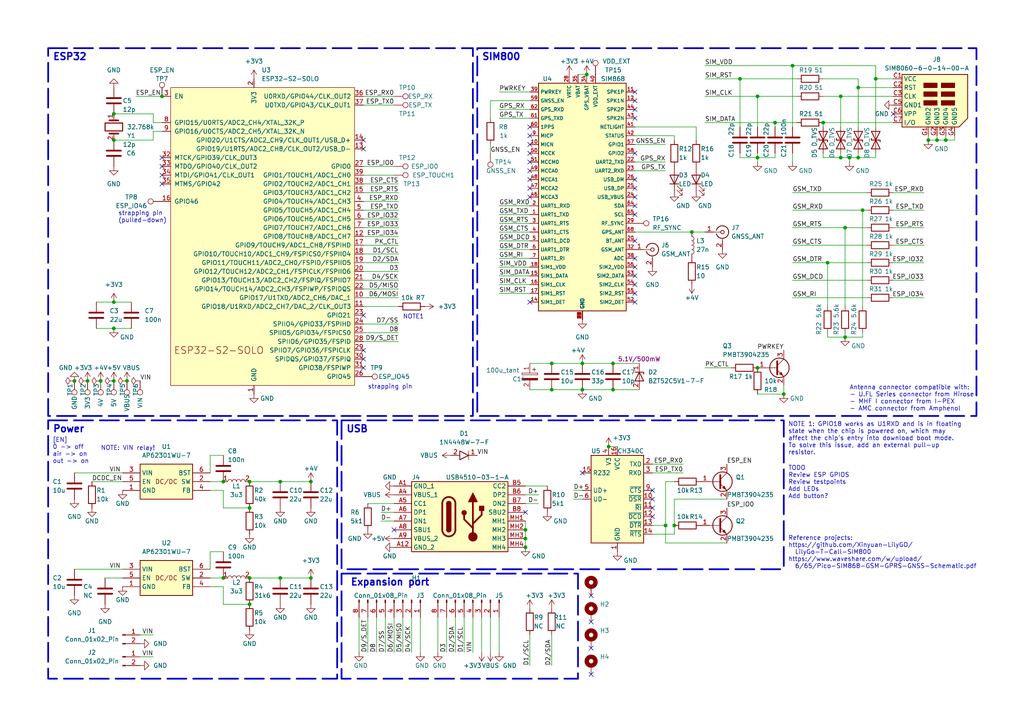
<source format=kicad_sch>
(kicad_sch (version 20230121) (generator eeschema)
  (paper "A4")
  (title_block (title "ThingCell") (date "2023-09-06") (rev "0.1") (comment 1 "VIN 4.2V-18V"))
  (junction (at 254 22.86))
  (junction (at 25.4 110.49))
  (junction (at 90.17 167.64))
  (junction (at 248.92 25.4))
  (junction (at 193.04 152.4))
  (junction (at 33.02 95.25))
  (junction (at 168.91 105.41))
  (junction (at 168.91 113.03))
  (junction (at 227.33 114.3))
  (junction (at 248.92 45.72))
  (junction (at 29.21 110.49))
  (junction (at 219.71 106.68))
  (junction (at 200.66 67.31))
  (junction (at 214.63 22.86))
  (junction (at 72.39 167.64))
  (junction (at 21.59 110.49))
  (junction (at 219.71 27.94))
  (junction (at 243.84 27.94))
  (junction (at 33.02 87.63))
  (junction (at 271.78 40.64))
  (junction (at 36.83 110.49))
  (junction (at 72.39 147.32))
  (junction (at 46.99 27.94))
  (junction (at 33.02 40.64))
  (junction (at 160.02 105.41))
  (junction (at 64.77 139.7))
  (junction (at 160.02 113.03))
  (junction (at 152.4 153.67))
  (junction (at 64.77 167.64))
  (junction (at 177.8 113.03))
  (junction (at 33.02 33.02))
  (junction (at 250.19 60.96))
  (junction (at 219.71 45.72))
  (junction (at 177.8 105.41))
  (junction (at 269.24 40.64))
  (junction (at 81.28 139.7))
  (junction (at 152.4 158.75))
  (junction (at 245.11 97.79))
  (junction (at 245.11 66.04))
  (junction (at 240.03 76.2))
  (junction (at 246.38 45.72))
  (junction (at 195.58 152.4))
  (junction (at 152.4 156.21))
  (junction (at 72.39 139.7))
  (junction (at 90.17 139.7))
  (junction (at 224.79 35.56))
  (junction (at 72.39 175.26))
  (junction (at 274.32 40.64))
  (junction (at 170.18 21.59))
  (junction (at 81.28 167.64))
  (junction (at 176.53 129.54))
  (junction (at 33.02 110.49))
  (junction (at 229.87 19.05))
  (junction (at 243.84 45.72))
  (junction (at 238.76 35.56))
  (no_connect (at 184.15 82.55))
  (no_connect (at 153.67 49.53))
  (no_connect (at 152.4 148.59))
  (no_connect (at 171.45 172.72))
  (no_connect (at 184.15 44.45))
  (no_connect (at 189.23 149.86))
  (no_connect (at 105.41 101.6))
  (no_connect (at 184.15 26.67))
  (no_connect (at 184.15 31.75))
  (no_connect (at 171.45 195.58))
  (no_connect (at 184.15 80.01))
  (no_connect (at 184.15 85.09))
  (no_connect (at 105.41 40.64))
  (no_connect (at 46.99 45.72))
  (no_connect (at 153.67 44.45))
  (no_connect (at 46.99 50.8))
  (no_connect (at 259.08 33.02))
  (no_connect (at 153.67 39.37))
  (no_connect (at 189.23 144.78))
  (no_connect (at 184.15 87.63))
  (no_connect (at 153.67 87.63))
  (no_connect (at 189.23 142.24))
  (no_connect (at 153.67 41.91))
  (no_connect (at 184.15 74.93))
  (no_connect (at 105.41 104.14))
  (no_connect (at 171.45 180.34))
  (no_connect (at 153.67 54.61))
  (no_connect (at 105.41 43.18))
  (no_connect (at 46.99 48.26))
  (no_connect (at 184.15 62.23))
  (no_connect (at 184.15 54.61))
  (no_connect (at 153.67 57.15))
  (no_connect (at 184.15 52.07))
  (no_connect (at 153.67 36.83))
  (no_connect (at 189.23 147.32))
  (no_connect (at 105.41 106.68))
  (no_connect (at 153.67 52.07))
  (no_connect (at 168.91 137.16))
  (no_connect (at 184.15 69.85))
  (no_connect (at 184.15 59.69))
  (no_connect (at 184.15 77.47))
  (no_connect (at 114.3 153.67))
  (no_connect (at 184.15 57.15))
  (no_connect (at 184.15 34.29))
  (no_connect (at 171.45 187.96))
  (no_connect (at 105.41 91.44))
  (no_connect (at 184.15 29.21))
  (no_connect (at 153.67 46.99))
  (no_connect (at 46.99 53.34))
  (wire (pts (xy 144.78 189.23) (xy 144.78 179.07)))
  (wire (pts (xy 105.41 78.74) (xy 115.57 78.74)))
  (wire (pts (xy 105.41 76.2) (xy 115.57 76.2)))
  (wire (pts (xy 219.71 44.45) (xy 219.71 45.72)))
  (wire (pts (xy 109.22 189.23) (xy 109.22 179.07)))
  (wire (pts (xy 105.41 68.58) (xy 115.57 68.58)))
  (wire (pts (xy 240.03 97.79) (xy 245.11 97.79)))
  (wire (pts (xy 229.87 19.05) (xy 254 19.05)))
  (wire (pts (xy 105.41 66.04) (xy 115.57 66.04)))
  (wire (pts (xy 26.67 139.7) (xy 35.56 139.7)))
  (wire (pts (xy 33.02 33.02) (xy 44.45 33.02)))
  (wire (pts (xy 64.77 147.32) (xy 72.39 147.32)))
  (wire (pts (xy 219.71 27.94) (xy 204.47 27.94)))
  (wire (pts (xy 168.91 105.41) (xy 177.8 105.41)))
  (wire (pts (xy 229.87 60.96) (xy 250.19 60.96)))
  (wire (pts (xy 105.41 81.28) (xy 115.57 81.28)))
  (wire (pts (xy 60.96 160.02) (xy 64.77 160.02)))
  (wire (pts (xy 64.77 142.24) (xy 64.77 147.32)))
  (wire (pts (xy 153.67 26.67) (xy 144.78 26.67)))
  (wire (pts (xy 144.78 59.69) (xy 153.67 59.69)))
  (wire (pts (xy 214.63 44.45) (xy 214.63 45.72)))
  (wire (pts (xy 114.3 189.23) (xy 114.3 179.07)))
  (wire (pts (xy 127 189.23) (xy 127 179.07)))
  (wire (pts (xy 153.67 77.47) (xy 144.78 77.47)))
  (wire (pts (xy 245.11 66.04) (xy 245.11 88.9)))
  (wire (pts (xy 250.19 97.79) (xy 250.19 96.52)))
  (wire (pts (xy 176.53 129.54) (xy 179.07 129.54)))
  (wire (pts (xy 184.15 36.83) (xy 201.93 36.83)))
  (wire (pts (xy 193.04 139.7) (xy 193.04 152.4)))
  (wire (pts (xy 195.58 144.78) (xy 195.58 152.4)))
  (wire (pts (xy 144.78 31.75) (xy 153.67 31.75)))
  (wire (pts (xy 167.64 21.59) (xy 170.18 21.59)))
  (wire (pts (xy 111.76 189.23) (xy 111.76 179.07)))
  (wire (pts (xy 240.03 76.2) (xy 240.03 88.9)))
  (wire (pts (xy 227.33 111.76) (xy 227.33 114.3)))
  (wire (pts (xy 248.92 45.72) (xy 254 45.72)))
  (wire (pts (xy 142.24 29.21) (xy 153.67 29.21)))
  (wire (pts (xy 115.57 71.12) (xy 105.41 71.12)))
  (wire (pts (xy 259.08 60.96) (xy 267.97 60.96)))
  (wire (pts (xy 142.24 179.07) (xy 142.24 189.23)))
  (wire (pts (xy 271.78 39.37) (xy 271.78 40.64)))
  (wire (pts (xy 193.04 41.91) (xy 184.15 41.91)))
  (wire (pts (xy 105.41 53.34) (xy 115.57 53.34)))
  (wire (pts (xy 214.63 22.86) (xy 214.63 36.83)))
  (wire (pts (xy 229.87 19.05) (xy 229.87 36.83)))
  (wire (pts (xy 259.08 81.28) (xy 267.97 81.28)))
  (wire (pts (xy 248.92 25.4) (xy 259.08 25.4)))
  (wire (pts (xy 276.86 40.64) (xy 276.86 39.37)))
  (wire (pts (xy 60.96 142.24) (xy 64.77 142.24)))
  (wire (pts (xy 229.87 44.45) (xy 229.87 46.99)))
  (wire (pts (xy 105.41 86.36) (xy 115.57 86.36)))
  (wire (pts (xy 243.84 44.45) (xy 243.84 45.72)))
  (wire (pts (xy 81.28 139.7) (xy 90.17 139.7)))
  (wire (pts (xy 245.11 96.52) (xy 245.11 97.79)))
  (wire (pts (xy 189.23 152.4) (xy 193.04 152.4)))
  (wire (pts (xy 144.78 34.29) (xy 153.67 34.29)))
  (wire (pts (xy 238.76 44.45) (xy 238.76 45.72)))
  (wire (pts (xy 114.3 50.8) (xy 105.41 50.8)))
  (wire (pts (xy 44.45 40.64) (xy 44.45 38.1)))
  (wire (pts (xy 137.16 189.23) (xy 137.16 179.07)))
  (wire (pts (xy 248.92 25.4) (xy 248.92 36.83)))
  (wire (pts (xy 105.41 83.82) (xy 115.57 83.82)))
  (wire (pts (xy 229.87 66.04) (xy 245.11 66.04)))
  (wire (pts (xy 144.78 67.31) (xy 153.67 67.31)))
  (wire (pts (xy 30.48 167.64) (xy 35.56 167.64)))
  (wire (pts (xy 44.45 190.5) (xy 40.64 190.5)))
  (wire (pts (xy 60.96 167.64) (xy 64.77 167.64)))
  (wire (pts (xy 246.38 45.72) (xy 248.92 45.72)))
  (wire (pts (xy 153.67 82.55) (xy 144.78 82.55)))
  (wire (pts (xy 193.04 46.99) (xy 184.15 46.99)))
  (wire (pts (xy 243.84 27.94) (xy 243.84 36.83)))
  (wire (pts (xy 193.04 152.4) (xy 193.04 157.48)))
  (wire (pts (xy 121.92 189.23) (xy 121.92 179.07)))
  (wire (pts (xy 105.41 73.66) (xy 115.57 73.66)))
  (wire (pts (xy 64.77 170.18) (xy 64.77 175.26)))
  (wire (pts (xy 166.37 144.78) (xy 168.91 144.78)))
  (wire (pts (xy 105.41 96.52) (xy 115.57 96.52)))
  (wire (pts (xy 219.71 27.94) (xy 231.14 27.94)))
  (wire (pts (xy 114.3 30.48) (xy 105.41 30.48)))
  (wire (pts (xy 204.47 106.68) (xy 212.09 106.68)))
  (wire (pts (xy 144.78 72.39) (xy 153.67 72.39)))
  (wire (pts (xy 115.57 55.88) (xy 105.41 55.88)))
  (wire (pts (xy 184.15 67.31) (xy 200.66 67.31)))
  (wire (pts (xy 254 45.72) (xy 254 44.45)))
  (wire (pts (xy 243.84 27.94) (xy 259.08 27.94)))
  (wire (pts (xy 254 22.86) (xy 259.08 22.86)))
  (wire (pts (xy 142.24 44.45) (xy 142.24 41.91)))
  (wire (pts (xy 144.78 64.77) (xy 153.67 64.77)))
  (wire (pts (xy 153.67 193.04) (xy 153.67 184.15)))
  (wire (pts (xy 27.94 95.25) (xy 33.02 95.25)))
  (wire (pts (xy 248.92 22.86) (xy 248.92 25.4)))
  (wire (pts (xy 210.82 157.48) (xy 193.04 157.48)))
  (wire (pts (xy 105.41 93.98) (xy 115.57 93.98)))
  (wire (pts (xy 153.67 113.03) (xy 160.02 113.03)))
  (wire (pts (xy 144.78 69.85) (xy 153.67 69.85)))
  (wire (pts (xy 250.19 60.96) (xy 251.46 60.96)))
  (wire (pts (xy 110.49 151.13) (xy 114.3 151.13)))
  (wire (pts (xy 245.11 97.79) (xy 250.19 97.79)))
  (wire (pts (xy 160.02 193.04) (xy 160.02 184.15)))
  (wire (pts (xy 114.3 27.94) (xy 105.41 27.94)))
  (wire (pts (xy 152.4 151.13) (xy 152.4 153.67)))
  (wire (pts (xy 238.76 35.56) (xy 259.08 35.56)))
  (wire (pts (xy 44.45 33.02) (xy 44.45 35.56)))
  (wire (pts (xy 267.97 55.88) (xy 259.08 55.88)))
  (wire (pts (xy 219.71 27.94) (xy 219.71 36.83)))
  (wire (pts (xy 21.59 165.1) (xy 35.56 165.1)))
  (wire (pts (xy 72.39 139.7) (xy 81.28 139.7)))
  (wire (pts (xy 224.79 45.72) (xy 219.71 45.72)))
  (wire (pts (xy 238.76 45.72) (xy 243.84 45.72)))
  (wire (pts (xy 64.77 175.26) (xy 72.39 175.26)))
  (wire (pts (xy 21.59 137.16) (xy 35.56 137.16)))
  (wire (pts (xy 44.45 184.15) (xy 40.64 184.15)))
  (wire (pts (xy 229.87 71.12) (xy 251.46 71.12)))
  (wire (pts (xy 72.39 167.64) (xy 81.28 167.64)))
  (wire (pts (xy 152.4 140.97) (xy 158.75 140.97)))
  (wire (pts (xy 195.58 154.94) (xy 189.23 154.94)))
  (wire (pts (xy 259.08 66.04) (xy 267.97 66.04)))
  (wire (pts (xy 60.96 132.08) (xy 64.77 132.08)))
  (wire (pts (xy 259.08 86.36) (xy 267.97 86.36)))
  (wire (pts (xy 160.02 105.41) (xy 168.91 105.41)))
  (wire (pts (xy 106.68 146.05) (xy 114.3 146.05)))
  (wire (pts (xy 60.96 170.18) (xy 64.77 170.18)))
  (wire (pts (xy 195.58 152.4) (xy 195.58 154.94)))
  (wire (pts (xy 160.02 113.03) (xy 168.91 113.03)))
  (wire (pts (xy 219.71 45.72) (xy 219.71 46.99)))
  (wire (pts (xy 81.28 167.64) (xy 90.17 167.64)))
  (wire (pts (xy 248.92 22.86) (xy 238.76 22.86)))
  (wire (pts (xy 129.54 189.23) (xy 129.54 179.07)))
  (wire (pts (xy 259.08 71.12) (xy 267.97 71.12)))
  (wire (pts (xy 114.3 48.26) (xy 105.41 48.26)))
  (wire (pts (xy 269.24 40.64) (xy 271.78 40.64)))
  (wire (pts (xy 224.79 35.56) (xy 224.79 36.83)))
  (wire (pts (xy 60.96 139.7) (xy 64.77 139.7)))
  (wire (pts (xy 142.24 34.29) (xy 142.24 29.21)))
  (wire (pts (xy 44.45 35.56) (xy 46.99 35.56)))
  (wire (pts (xy 132.08 179.07) (xy 132.08 189.23)))
  (wire (pts (xy 204.47 19.05) (xy 229.87 19.05)))
  (wire (pts (xy 214.63 22.86) (xy 204.47 22.86)))
  (wire (pts (xy 104.14 189.23) (xy 104.14 179.07)))
  (wire (pts (xy 105.41 99.06) (xy 115.57 99.06)))
  (wire (pts (xy 224.79 44.45) (xy 224.79 45.72)))
  (wire (pts (xy 229.87 76.2) (xy 240.03 76.2)))
  (wire (pts (xy 144.78 74.93) (xy 153.67 74.93)))
  (wire (pts (xy 116.84 189.23) (xy 116.84 179.07)))
  (wire (pts (xy 168.91 113.03) (xy 177.8 113.03)))
  (wire (pts (xy 240.03 96.52) (xy 240.03 97.79)))
  (wire (pts (xy 153.67 80.01) (xy 144.78 80.01)))
  (wire (pts (xy 156.21 143.51) (xy 152.4 143.51)))
  (wire (pts (xy 33.02 40.64) (xy 44.45 40.64)))
  (wire (pts (xy 115.57 88.9) (xy 105.41 88.9)))
  (wire (pts (xy 210.82 144.78) (xy 195.58 144.78)))
  (wire (pts (xy 105.41 63.5) (xy 115.57 63.5)))
  (wire (pts (xy 177.8 105.41) (xy 185.42 105.41)))
  (wire (pts (xy 44.45 38.1) (xy 46.99 38.1)))
  (wire (pts (xy 144.78 62.23) (xy 153.67 62.23)))
  (wire (pts (xy 193.04 49.53) (xy 184.15 49.53)))
  (wire (pts (xy 259.08 76.2) (xy 267.97 76.2)))
  (wire (pts (xy 274.32 40.64) (xy 276.86 40.64)))
  (wire (pts (xy 201.93 40.64) (xy 201.93 36.83)))
  (wire (pts (xy 166.37 142.24) (xy 168.91 142.24)))
  (wire (pts (xy 33.02 87.63) (xy 38.1 87.63)))
  (wire (pts (xy 245.11 66.04) (xy 251.46 66.04)))
  (wire (pts (xy 115.57 58.42) (xy 105.41 58.42)))
  (wire (pts (xy 153.67 105.41) (xy 160.02 105.41)))
  (wire (pts (xy 238.76 35.56) (xy 238.76 36.83)))
  (wire (pts (xy 106.68 189.23) (xy 106.68 179.07)))
  (wire (pts (xy 246.38 45.72) (xy 246.38 46.99)))
  (wire (pts (xy 219.71 114.3) (xy 227.33 114.3)))
  (wire (pts (xy 229.87 55.88) (xy 251.46 55.88)))
  (wire (pts (xy 60.96 160.02) (xy 60.96 165.1)))
  (wire (pts (xy 177.8 113.03) (xy 185.42 113.03)))
  (wire (pts (xy 250.19 60.96) (xy 250.19 88.9)))
  (wire (pts (xy 243.84 27.94) (xy 238.76 27.94)))
  (wire (pts (xy 248.92 44.45) (xy 248.92 45.72)))
  (wire (pts (xy 119.38 189.23) (xy 119.38 179.07)))
  (wire (pts (xy 214.63 22.86) (xy 231.14 22.86)))
  (wire (pts (xy 195.58 39.37) (xy 195.58 40.64)))
  (wire (pts (xy 254 22.86) (xy 254 36.83)))
  (wire (pts (xy 152.4 156.21) (xy 152.4 158.75)))
  (wire (pts (xy 229.87 86.36) (xy 251.46 86.36)))
  (wire (pts (xy 189.23 137.16) (xy 198.12 137.16)))
  (wire (pts (xy 27.94 87.63) (xy 33.02 87.63)))
  (wire (pts (xy 60.96 132.08) (xy 60.96 137.16)))
  (wire (pts (xy 110.49 148.59) (xy 114.3 148.59)))
  (wire (pts (xy 153.67 85.09) (xy 144.78 85.09)))
  (wire (pts (xy 214.63 45.72) (xy 219.71 45.72)))
  (wire (pts (xy 139.7 189.23) (xy 139.7 179.07)))
  (wire (pts (xy 184.15 39.37) (xy 195.58 39.37)))
  (wire (pts (xy 39.37 27.94) (xy 46.99 27.94)))
  (wire (pts (xy 33.02 95.25) (xy 38.1 95.25)))
  (wire (pts (xy 243.84 45.72) (xy 246.38 45.72)))
  (wire (pts (xy 152.4 153.67) (xy 152.4 156.21)))
  (wire (pts (xy 198.12 134.62) (xy 189.23 134.62)))
  (wire (pts (xy 269.24 39.37) (xy 269.24 40.64)))
  (wire (pts (xy 195.58 139.7) (xy 193.04 139.7)))
  (wire (pts (xy 156.21 146.05) (xy 152.4 146.05)))
  (wire (pts (xy 224.79 35.56) (xy 204.47 35.56)))
  (wire (pts (xy 271.78 40.64) (xy 274.32 40.64)))
  (wire (pts (xy 254 19.05) (xy 254 22.86)))
  (wire (pts (xy 115.57 60.96) (xy 105.41 60.96)))
  (wire (pts (xy 229.87 81.28) (xy 251.46 81.28)))
  (wire (pts (xy 224.79 35.56) (xy 231.14 35.56)))
  (wire (pts (xy 240.03 76.2) (xy 251.46 76.2)))
  (wire (pts (xy 200.66 67.31) (xy 204.47 67.31)))
  (wire (pts (xy 274.32 39.37) (xy 274.32 40.64)))
  (wire (pts (xy 134.62 189.23) (xy 134.62 179.07)))
  (rectangle (start 138.43 13.97) (end 283.21 120.65) (stroke (width 0.5) (type dash)))
  (rectangle (start 13.97 13.97) (end 137.16 120.65) (stroke (width 0.5) (type dash)))
  (rectangle (start 99.06 166.37) (end 167.64 196.85) (stroke (width 0.5) (type dash)))
  (rectangle (start 99.06 121.92) (end 227.33 165.1) (stroke (width 0.5) (type dash)))
  (rectangle (start 13.97 121.92) (end 97.79 196.85) (stroke (width 0.5) (type dash)))
  (text "NOTE 1: GPIO18 works as U1RXD and is in floating\nstate when the chip is powered on, which may\naffect the chip’s entry into download boot mode.\nTo solve this issue, add an external pull-up\nresistor." (at 228.6 132.08 0) (effects (font (size 1.27 1.27)) (justify left bottom)))
  (text "NOTE1" (at 116.84 92.71 0) (effects (font (size 1.27 1.27)) (justify left bottom)))
  (text "strapping pin\n(pulled-down)" (at 34.29 64.77 0) (effects (font (size 1.27 1.27)) (justify left bottom)))
  (text "strapping pin" (at 106.68 113.03 0) (effects (font (size 1.27 1.27)) (justify left bottom)))
  (text "Antenna connector compatible with:\n- U.FL Series connector from Hirose\n- MHF I connector from I-PEX\n- AMC connector from Amphenol" (at 246.38 119.38 0) (effects (font (size 1.27 1.27)) (justify left bottom)))
  (text "ESP32" (at 15.24 17.78 0) (effects (font (size 2 2) (thickness 0.4) bold) (justify left bottom)))
  (text "[EN]\n0 -> off\nair -> on\nout -> on" (at 15.24 134.62 0) (effects (font (size 1.27 1.27)) (justify left bottom)))
  (text "Reference projects:\nhttps://github.com/Xinyuan-LilyGO/\n  LilyGo-T-Call-SIM800\nhttps://www.waveshare.com/w/upload/\n  6/65/Pico-SIM868-GSM-GPRS-GNSS-Schematic.pdf\n" (at 228.6 165.1 0) (effects (font (size 1.27 1.27)) (justify left bottom)))
  (text "NOTE: VIN relay!" (at 29.21 130.81 0) (effects (font (size 1.27 1.27)) (justify left bottom)))
  (text "TODO\nReview ESP GPIOS\nReview testpoints\nAdd LEDs\nAdd button?" (at 228.6 144.78 0) (effects (font (size 1.27 1.27)) (justify left bottom)))
  (text "Expansion port" (at 101.6 170.18 0) (effects (font (size 2 2) (thickness 0.4) bold) (justify left bottom)))
  (text "SIM800" (at 139.7 17.78 0) (effects (font (size 2 2) (thickness 0.4) bold) (justify left bottom)))
  (text "Power" (at 15.24 125.73 0) (effects (font (size 2 2) (thickness 0.4) bold) (justify left bottom)))
  (text "USB" (at 100.33 125.73 0) (effects (font (size 2 2) (thickness 0.4) bold) (justify left bottom)))
  (label "D2{slash}SDA" (at 115.57 76.2 180))
  (label "ESP_RTS" (at 267.97 66.04 180))
  (label "ESP_TXD" (at 115.57 60.96 180))
  (label "D1{slash}SCL" (at 134.62 189.23 90))
  (label "VIN" (at 31.75 137.16 0))
  (label "GPS_TX" (at 193.04 49.53 180))
  (label "D+" (at 110.49 148.59 0))
  (label "D3" (at 129.54 189.23 90))
  (label "SIM_RST" (at 204.47 22.86 0))
  (label "GSM_TXD" (at 144.78 62.23 0))
  (label "GSM_CTS" (at 144.78 67.31 0))
  (label "GSM_DCD" (at 144.78 69.85 0))
  (label "ESP_IO32" (at 267.97 76.2 180))
  (label "GSM_DTR" (at 144.78 72.39 0))
  (label "VIN" (at 44.45 184.15 180))
  (label "GSM_RXD" (at 229.87 60.96 0))
  (label "D1{slash}SCL" (at 153.67 193.04 90))
  (label "ESP_RXD" (at 115.57 58.42 180))
  (label "SIM_CLK" (at 144.78 82.55 0))
  (label "D6{slash}MOSI" (at 114.3 189.23 90))
  (label "GSM_CTS" (at 229.87 71.12 0))
  (label "D+" (at 156.21 143.51 180))
  (label "D4{slash}SCK" (at 119.38 189.23 90))
  (label "SIM_VDD" (at 204.47 19.05 0))
  (label "GSM_DCD" (at 229.87 81.28 0))
  (label "D3" (at 115.57 78.74 180))
  (label "DCDC_EN" (at 26.67 139.7 0))
  (label "D-" (at 166.37 144.78 0))
  (label "PWRKEY" (at 227.33 101.6 180))
  (label "VIN" (at 31.75 165.1 0))
  (label "D6{slash}MOSI" (at 115.57 86.36 180))
  (label "D5{slash}MISO" (at 116.84 189.23 90))
  (label "GSM_DTR" (at 229.87 76.2 0))
  (label "ESP_RXD" (at 267.97 55.88 180))
  (label "GNSS_EN" (at 193.04 41.91 180))
  (label "GPS_RX" (at 144.78 31.75 0))
  (label "SIM_DATA" (at 204.47 35.56 0))
  (label "D2{slash}SDA" (at 160.02 193.04 90))
  (label "D2{slash}SDA" (at 132.08 189.23 90))
  (label "D9{slash}S_DET" (at 115.57 99.06 180))
  (label "D9{slash}S_DET" (at 106.68 189.23 90))
  (label "GNSS_EN" (at 142.24 44.45 0))
  (label "GSM_RI" (at 144.78 74.93 0))
  (label "D4{slash}SCK" (at 115.57 81.28 180))
  (label "D5{slash}MISO" (at 115.57 83.82 180))
  (label "VIN" (at 40.64 110.49 0))
  (label "GPS_TX" (at 144.78 34.29 0))
  (label "VIN" (at 138.43 132.08 0))
  (label "GSM_RI" (at 229.87 86.36 0))
  (label "ESP_TXD" (at 267.97 60.96 180))
  (label "SIM_RST" (at 144.78 85.09 0))
  (label "GSM_RTS" (at 229.87 66.04 0))
  (label "VIN" (at 137.16 189.23 90))
  (label "ESP_CTS" (at 115.57 53.34 180))
  (label "ESP_EN" (at 39.37 27.94 0))
  (label "ESP_IO32" (at 115.57 63.5 180))
  (label "D-" (at 110.49 151.13 0))
  (label "ESP_TX0" (at 198.12 137.16 180))
  (label "D1{slash}SCL" (at 115.57 73.66 180))
  (label "ESP_RX0" (at 114.3 27.94 180))
  (label "PK_CTL" (at 204.47 106.68 0))
  (label "D+" (at 166.37 142.24 0))
  (label "GSM_RXD" (at 144.78 59.69 0))
  (label "ESP_EN" (at 210.82 134.62 0))
  (label "SIM_VDD" (at 144.78 77.47 0))
  (label "ESP_CTS" (at 267.97 71.12 180))
  (label "GPS_RX" (at 193.04 46.99 180))
  (label "ESP_RX0" (at 198.12 134.62 180))
  (label "ESP_IO33" (at 267.97 81.28 180))
  (label "ESP_IO34" (at 115.57 68.58 180))
  (label "SIM_DATA" (at 144.78 80.01 0))
  (label "D8" (at 115.57 96.52 180))
  (label "GSM_RTS" (at 144.78 64.77 0))
  (label "D-" (at 156.21 146.05 180))
  (label "D7{slash}SS" (at 111.76 189.23 90))
  (label "D7{slash}SS" (at 115.57 93.98 180))
  (label "ESP_IO33" (at 115.57 66.04 180))
  (label "ESP_TX0" (at 114.3 30.48 180))
  (label "VIN" (at 44.45 190.5 180))
  (label "PWRKEY" (at 144.78 26.67 0))
  (label "ESP_IO34" (at 267.97 86.36 180))
  (label "ESP_IO0" (at 114.3 48.26 180))
  (label "ESP_RTS" (at 115.57 55.88 180))
  (label "PK_CTL" (at 115.57 71.12 180))
  (label "SIM_CLK" (at 204.47 27.94 0))
  (label "ESP_IO0" (at 210.82 147.32 0))
  (label "D8" (at 109.22 189.23 90))
  (label "GSM_TXD" (at 229.87 55.88 0))
  (symbol (lib_id "power:GND") (at 227.33 114.3 0) (unit 1)
    (property "Reference" "#PWR058" (effects hide))
    (property "Value" "GND" (at 231.14 115.57 0))
  )
  (symbol (lib_id "Device:C") (at 224.79 40.64 0) (unit 1)
    (property "Reference" "C20" (at 222.25 45.72 90) (effects (justify left)))
    (property "Value" "22p" (at 222.25 39.37 90) (effects (justify left)))
    (property "Footprint" "Capacitor_SMD:C_0402_1005Metric" (effects hide))
  )
  (symbol (lib_id "power:+5V") (at 33.02 110.49 0) (unit 1)
    (property "Reference" "#PWR012" (effects hide))
    (property "Value" "+5V" (at 33.02 106.68 0))
  )
  (symbol (lib_id "Device:D_TVS") (at 248.92 40.64 90) (unit 1)
    (property "Reference" "D7" (at 246.38 43.18 0) (effects (justify right)))
    (property "Value" "D_TVS" (at 246.38 36.83 0) (effects (justify right)))
    (property "Footprint" "Diode_SMD:D_0402_1005Metric" (effects hide))
  )
  (symbol (lib_id "guille-lib:TPSB107K006R0250") (at 153.67 109.22 270) (unit 1)
    (property "Reference" "C14" (at 148.59 109.22 90) (effects (justify left top)))
    (property "Value" "100u_tant" (at 140.97 106.68 90) (effects (justify left top)))
    (property "Footprint" "guille-lib:CAPPM3528X210N" (effects hide))
    (property "Datasheet" "http://datasheets.avx.com/TPS.pdf" (effects hide))
    (property "Height" "2.1" (effects hide))
    (property "Manufacturer_Name" "AVX" (effects hide))
    (property "Manufacturer_Part_Number" "TPSB107K006R0250" (effects hide))
    (property "Mouser Part Number" "581-TPSB107K006R0250" (effects hide))
    (property "Mouser Price/Stock" "https://www.mouser.co.uk/ProductDetail/AVX/TPSB107K006R0250?qs=im0Xcs1C0VUGGXHMJDxv8A%3D%3D" (effects hide))
  )
  (symbol (lib_id "power:+3V3") (at 153.67 176.53 0) (unit 1)
    (property "Reference" "#PWR042" (effects hide))
    (property "Value" "+3V3" (at 152.4 172.72 0) (effects (justify left)))
  )
  (symbol (lib_id "Connector:TestPoint") (at 184.15 64.77 270) (unit 1)
    (property "Reference" "TP16" (at 189.23 63.5 90) (effects (justify left)))
    (property "Value" "RF_SYNC" (at 189.23 66.04 90) (effects (justify left)))
    (property "Footprint" "TestPoint:TestPoint_Pad_D1.0mm" (effects hide))
  )
  (symbol (lib_id "Device:R") (at 245.11 92.71 180) (unit 1)
    (property "Reference" "R23" (at 242.57 95.25 90))
    (property "Value" "5.6k" (at 242.57 90.17 90))
    (property "Footprint" "Resistor_SMD:R_0402_1005Metric" (effects hide))
  )
  (symbol (lib_id "Interface_USB:CH340C") (at 179.07 144.78 0) (unit 1)
    (property "Reference" "U5" (at 171.45 130.81 0) (effects (justify left)))
    (property "Value" "CH340C" (at 179.07 130.81 0) (effects (justify left)))
    (property "Footprint" "Package_SO:SOIC-16_3.9x9.9mm_P1.27mm" (effects hide))
    (property "Datasheet" "https://datasheet.lcsc.com/szlcsc/Jiangsu-Qin-Heng-CH340C_C84681.pdf" (effects hide))
  )
  (symbol (lib_id "Device:R") (at 195.58 44.45 0) (unit 1)
    (property "Reference" "R12" (at 196.85 43.18 0) (effects (justify left)))
    (property "Value" "1k" (at 196.85 45.72 0) (effects (justify left)))
    (property "Footprint" "Resistor_SMD:R_0402_1005Metric" (effects hide))
  )
  (symbol (lib_id "power:+3V3") (at 25.4 110.49 0) (unit 1)
    (property "Reference" "#PWR04" (effects hide))
    (property "Value" "+3V3" (at 24.13 106.68 0))
  )
  (symbol (lib_id "guille-lib:ESP32-S2-SOLO") (at 76.2 66.04 0) (unit 1)
    (property "Reference" "U3" (at 75.8541 20.32 0) (effects (justify left)))
    (property "Value" "ESP32-S2-SOLO" (at 75.8541 22.86 0) (effects (justify left)))
    (property "Footprint" "PCM_Espressif:ESP32-S2-SOLO" (effects hide))
    (property "Datasheet" "https://www.espressif.com/sites/default/files/documentation/esp32-s2-solo_esp32-s2-solo-u_datasheet_en.pdf" (effects hide))
    (property "FAQ" "https://docs.espressif.com/projects/esp-faq/en/latest/instruction/index.html" (effects hide))
  )
  (symbol (lib_id "Device:C") (at 229.87 40.64 0) (unit 1)
    (property "Reference" "C21" (at 227.33 45.72 90) (effects (justify left)))
    (property "Value" "100n" (at 227.33 39.37 90) (effects (justify left)))
    (property "Footprint" "Capacitor_SMD:C_0402_1005Metric" (effects hide))
  )
  (symbol (lib_id "power:GND") (at 179.07 160.02 0) (unit 1)
    (property "Reference" "#PWR051" (effects hide))
    (property "Value" "GND" (at 182.88 162.56 0))
  )
  (symbol (lib_id "Device:D_TVS") (at 243.84 40.64 90) (unit 1)
    (property "Reference" "D6" (at 241.3 43.18 0) (effects (justify right)))
    (property "Value" "D_TVS" (at 241.3 36.83 0) (effects (justify right)))
    (property "Footprint" "Diode_SMD:D_0402_1005Metric" (effects hide))
  )
  (symbol (lib_id "power:GND") (at 73.66 114.3 0) (unit 1)
    (property "Reference" "#PWR021" (effects hide))
    (property "Value" "GND" (at 77.47 115.57 0))
  )
  (symbol (lib_id "power:PWR_FLAG") (at 33.02 110.49 90) (unit 1)
    (property "Reference" "#FLG04" (effects hide))
    (property "Value" "PWR_FLAG" (effects hide))
  )
  (symbol (lib_id "Device:R") (at 199.39 139.7 270) (unit 1)
    (property "Reference" "R13" (at 201.93 142.24 90))
    (property "Value" "10k" (at 198.12 142.24 90))
    (property "Footprint" "Resistor_SMD:R_0402_1005Metric" (effects hide))
  )
  (symbol (lib_id "Connector:Conn_Coaxial") (at 189.23 72.39 0) (unit 1)
    (property "Reference" "J6" (at 191.77 71.12 0) (effects (justify left)))
    (property "Value" "GSM_ANT" (at 191.77 73.66 0) (effects (justify left)))
    (property "Footprint" "guille-lib:U.FL_CONNECTOR" (effects hide))
    (property "Datasheet" " ~" (effects hide))
    (property "Mouser" "https://www.mouser.es/ProductDetail/TE-Connectivity-Linx-Technologies/CONMHF1-SMD-G-T?qs=7D1LtPJG0i0JqNJVGTgWfg%3D%3D" (effects hide))
  )
  (symbol (lib_id "power:+4V") (at 90.17 139.7 0) (unit 1)
    (property "Reference" "#PWR024" (effects hide))
    (property "Value" "+4V" (at 90.17 135.89 0))
  )
  (symbol (lib_id "power:GND") (at 144.78 189.23 0) (unit 1)
    (property "Reference" "#PWR040" (effects hide))
    (property "Value" "GND" (at 149.86 193.04 0) (effects (justify right)))
  )
  (symbol (lib_id "power:GND") (at 33.02 95.25 0) (unit 1)
    (property "Reference" "#PWR011" (effects hide))
    (property "Value" "GND" (at 36.83 97.79 0))
  )
  (symbol (lib_id "Device:C") (at 33.02 44.45 180) (unit 1)
    (property "Reference" "C6" (at 39.37 44.45 0) (effects (justify left)))
    (property "Value" "12p" (at 39.37 41.91 0) (effects (justify left)))
    (property "Footprint" "Capacitor_SMD:C_0402_1005Metric" (effects hide))
  )
  (symbol (lib_id "power:+3V3") (at 73.66 22.86 0) (unit 1)
    (property "Reference" "#PWR020" (effects hide))
    (property "Value" "+3V3" (at 73.66 17.78 0))
  )
  (symbol (lib_id "Device:C") (at 90.17 143.51 0) (unit 1)
    (property "Reference" "C12" (at 92.71 142.24 0) (effects (justify left)))
    (property "Value" "22u" (at 92.71 144.78 0) (effects (justify left)))
    (property "Footprint" "Capacitor_SMD:C_0805_2012Metric" (effects hide))
  )
  (symbol (lib_id "power:GND") (at 229.87 46.99 0) (unit 1)
    (property "Reference" "#PWR059" (effects hide))
    (property "Value" "GND" (at 233.68 49.53 0))
  )
  (symbol (lib_id "Connector:TestPoint") (at 114.3 30.48 270) (unit 1)
    (property "Reference" "TP11" (at 118.11 33.02 90))
    (property "Value" "ESP_TX" (at 121.92 30.48 90))
    (property "Footprint" "TestPoint:TestPoint_Pad_D1.0mm" (effects hide))
  )
  (symbol (lib_id "Device:R") (at 201.93 44.45 0) (unit 1)
    (property "Reference" "R16" (at 203.2 43.18 0) (effects (justify left)))
    (property "Value" "1k" (at 203.2 45.72 0) (effects (justify left)))
    (property "Footprint" "Resistor_SMD:R_0402_1005Metric" (effects hide))
  )
  (symbol (lib_id "Connector:TestPoint") (at 25.4 110.49 180) (unit 1)
    (property "Reference" "TP2" (at 24.13 113.03 90))
    (property "Value" "3V3" (at 25.4 116.84 90))
    (property "Footprint" "TestPoint:TestPoint_Pad_D1.0mm" (effects hide))
  )
  (symbol (lib_id "power:GND") (at 246.38 46.99 0) (unit 1)
    (property "Reference" "#PWR061" (effects hide))
    (property "Value" "GND" (at 250.19 49.53 0))
  )
  (symbol (lib_id "Connector:TestPoint") (at 40.64 110.49 180) (unit 1)
    (property "Reference" "TP6" (at 39.37 113.03 90))
    (property "Value" "VIN" (at 40.64 116.84 90))
    (property "Footprint" "TestPoint:TestPoint_Pad_D1.0mm" (effects hide))
  )
  (symbol (lib_id "guille-lib:1N4448W-7-F") (at 138.43 132.08 180) (unit 1)
    (property "Reference" "D1" (at 134.62 125.73 0))
    (property "Value" "1N4448W-7-F" (at 134.62 128.27 0))
    (property "Footprint" "Diode_SMD:D_SOD-123" (effects hide))
    (property "Datasheet" "http://www.farnell.com/datasheets/1915631.pdf" (effects hide))
    (property "Description" "Diode Switching 250mA 75V 400mW SOD123 Diodes Inc 1N4448W-7-F Switching Diode" (effects hide))
    (property "Height" "1.45" (effects hide))
    (property "Manufacturer_Name" "Diodes Inc." (effects hide))
    (property "Manufacturer_Part_Number" "1N4448W-7-F" (effects hide))
    (property "Mouser Part Number" "621-1N4448W-F" (effects hide))
    (property "Mouser Price/Stock" "https://www.mouser.co.uk/ProductDetail/Diodes-Incorporated/1N4448W-7-F?qs=VlTXaPCrgsfMz34DB76PhQ%3D%3D" (effects hide))
    (property "Arrow Part Number" "1N4448W-7-F" (effects hide))
    (property "Arrow Price/Stock" "https://www.arrow.com/en/products/1n4448w-7-f/diodes-incorporated?region=asia" (effects hide))
  )
  (symbol (lib_id "power:GND") (at 104.14 189.23 0) (unit 1)
    (property "Reference" "#PWR028" (effects hide))
    (property "Value" "GND" (at 106.68 193.04 0) (effects (justify right)))
  )
  (symbol (lib_id "Device:C") (at 168.91 109.22 0) (unit 1)
    (property "Reference" "C16" (at 171.45 107.95 0) (effects (justify left)))
    (property "Value" "33p" (at 171.45 110.49 0) (effects (justify left)))
    (property "Footprint" "Capacitor_SMD:C_0402_1005Metric" (effects hide))
  )
  (symbol (lib_id "power:+3V3") (at 139.7 189.23 180) (unit 1)
    (property "Reference" "#PWR038" (effects hide))
    (property "Value" "+3V3" (at 139.7 193.04 0) (effects (justify left)))
  )
  (symbol (lib_id "power:GND") (at 72.39 182.88 0) (unit 1)
    (property "Reference" "#PWR019" (effects hide))
    (property "Value" "GND" (at 72.39 186.69 0))
  )
  (symbol (lib_id "Device:R") (at 142.24 38.1 180) (unit 1)
    (property "Reference" "R8" (at 147.32 36.83 0) (effects (justify left)))
    (property "Value" "1k" (at 147.32 39.37 0) (effects (justify left)))
    (property "Footprint" "Resistor_SMD:R_0402_1005Metric" (effects hide))
  )
  (symbol (lib_id "Device:C") (at 90.17 171.45 0) (unit 1)
    (property "Reference" "C13" (at 92.71 170.18 0) (effects (justify left)))
    (property "Value" "22u" (at 92.71 172.72 0) (effects (justify left)))
    (property "Footprint" "Capacitor_SMD:C_0805_2012Metric" (effects hide))
  )
  (symbol (lib_id "power:GND") (at 201.93 55.88 0) (unit 1)
    (property "Reference" "#PWR055" (effects hide))
    (property "Value" "GND" (at 204.47 59.69 0))
  )
  (symbol (lib_id "Device:R") (at 199.39 152.4 270) (unit 1)
    (property "Reference" "R14" (at 201.93 149.86 90))
    (property "Value" "10k" (at 198.12 149.86 90))
    (property "Footprint" "Resistor_SMD:R_0402_1005Metric" (effects hide))
  )
  (symbol (lib_id "Device:C") (at 177.8 109.22 0) (unit 1)
    (property "Reference" "C17" (at 180.34 107.95 0) (effects (justify left)))
    (property "Value" "10p" (at 180.34 110.49 0) (effects (justify left)))
    (property "Footprint" "Capacitor_SMD:C_0402_1005Metric" (effects hide))
  )
  (symbol (lib_id "Device:C") (at 30.48 171.45 0) (unit 1)
    (property "Reference" "C4" (at 24.13 170.18 0) (effects (justify left)))
    (property "Value" "NC" (at 24.13 172.72 0) (effects (justify left)))
    (property "Footprint" "Capacitor_SMD:C_0402_1005Metric" (effects hide))
  )
  (symbol (lib_id "power:PWR_FLAG") (at 29.21 110.49 90) (unit 1)
    (property "Reference" "#FLG03" (effects hide))
    (property "Value" "PWR_FLAG" (effects hide))
  )
  (symbol (lib_id "Device:L") (at 200.66 71.12 0) (unit 1)
    (property "Reference" "L3" (at 201.93 69.85 0) (effects (justify left)))
    (property "Value" "27n" (at 201.93 72.39 0) (effects (justify left)))
    (property "Footprint" "Inductor_SMD:L_0402_1005Metric" (effects hide))
    (property "Mouser" "https://www.mouser.es/ProductDetail/Wurth-Elektronik/7847804270?qs=QNEnbhJQKvaAR9QxS1FEoQ%3D%3D" (effects hide))
  )
  (symbol (lib_id "Connector:TestPoint") (at 33.02 110.49 180) (unit 1)
    (property "Reference" "TP4" (at 31.75 113.03 90))
    (property "Value" "5V" (at 33.02 116.84 90))
    (property "Footprint" "TestPoint:TestPoint_Pad_D1.0mm" (effects hide))
  )
  (symbol (lib_id "Device:R") (at 72.39 171.45 0) (unit 1)
    (property "Reference" "R4" (at 73.66 170.18 0) (effects (justify left)))
    (property "Value" "31k6" (at 73.66 172.72 0) (effects (justify left)))
    (property "Footprint" "Resistor_SMD:R_0402_1005Metric" (effects hide))
  )
  (symbol (lib_id "power:VBUS") (at 130.81 132.08 90) (unit 1)
    (property "Reference" "#PWR037" (effects hide))
    (property "Value" "VBUS" (at 127 132.08 90) (effects (justify left)))
  )
  (symbol (lib_id "power:GND") (at 152.4 158.75 0) (unit 1)
    (property "Reference" "#PWR041" (effects hide))
    (property "Value" "GND" (at 156.21 161.29 0))
  )
  (symbol (lib_id "Device:R") (at 234.95 35.56 90) (unit 1)
    (property "Reference" "R21" (at 233.68 33.02 90))
    (property "Value" "51" (at 237.49 33.02 90))
    (property "Footprint" "Resistor_SMD:R_0402_1005Metric" (effects hide))
  )
  (symbol (lib_id "power:PWR_FLAG") (at 36.83 110.49 90) (unit 1)
    (property "Reference" "#FLG05" (effects hide))
    (property "Value" "PWR_FLAG" (effects hide))
  )
  (symbol (lib_id "power:GND") (at 114.3 158.75 270) (unit 1)
    (property "Reference" "#PWR033" (effects hide))
    (property "Value" "GND" (at 113.03 161.29 90))
  )
  (symbol (lib_id "Connector:Conn_Coaxial") (at 209.55 67.31 0) (unit 1)
    (property "Reference" "J7" (at 212.09 66.04 0) (effects (justify left)))
    (property "Value" "GNSS_ANT" (at 212.09 68.58 0) (effects (justify left)))
    (property "Footprint" "guille-lib:U.FL_CONNECTOR" (effects hide))
    (property "Datasheet" " ~" (effects hide))
    (property "Mouser" "https://www.mouser.es/ProductDetail/TE-Connectivity-Linx-Technologies/CONMHF1-SMD-G-T?qs=7D1LtPJG0i0JqNJVGTgWfg%3D%3D" (effects hide))
  )
  (symbol (lib_id "Device:C") (at 219.71 40.64 0) (unit 1)
    (property "Reference" "C19" (at 217.17 45.72 90) (effects (justify left)))
    (property "Value" "22p" (at 217.17 39.37 90) (effects (justify left)))
    (property "Footprint" "Capacitor_SMD:C_0402_1005Metric" (effects hide))
  )
  (symbol (lib_id "power:GND") (at 81.28 175.26 0) (unit 1)
    (property "Reference" "#PWR023" (effects hide))
    (property "Value" "GND" (at 81.28 179.07 0))
  )
  (symbol (lib_id "power:GND") (at 21.59 172.72 0) (unit 1)
    (property "Reference" "#PWR03" (effects hide))
    (property "Value" "GND" (at 21.59 177.8 0))
  )
  (symbol (lib_id "guille-lib:SC32S-7PF20PPM") (at 33.02 36.83 270) (unit 1)
    (property "Reference" "Y1" (at 36.83 39.37 90) (effects (justify left)))
    (property "Value" "32.768k" (at 36.83 36.83 90) (effects (justify left)))
    (property "Footprint" "guille-lib:SC32S7PF20PPM" (effects hide))
    (property "Datasheet" "https://www.mouser.com/datasheet/2/360/file_PRODUCT_MASTER_50812_GRAPHIC03-542305.pdf" (effects hide))
    (property "Height" "0.85" (effects hide))
    (property "Manufacturer_Name" "Seiko Semiconductors" (effects hide))
    (property "Manufacturer_Part_Number" "SC32S-7PF20PPM" (effects hide))
    (property "Mouser Part Number" "628-SC32S-7PF20PPM" (effects hide))
    (property "Mouser Price/Stock" "https://www.mouser.co.uk/ProductDetail/Seiko-Semiconductors/SC32S-7PF20PPM?qs=3CPZD7qAgigZSR1ASVAS6w%3D%3D" (effects hide))
  )
  (symbol (lib_id "Device:R") (at 158.75 144.78 0) (unit 1)
    (property "Reference" "R10" (at 160.02 143.51 0) (effects (justify left)))
    (property "Value" "5k1" (at 160.02 146.05 0) (effects (justify left)))
    (property "Footprint" "Resistor_SMD:R_0402_1005Metric" (effects hide))
  )
  (symbol (lib_id "power:VBUS") (at 36.83 110.49 0) (unit 1)
    (property "Reference" "#PWR015" (effects hide))
    (property "Value" "VBUS" (at 38.1 106.68 0))
  )
  (symbol (lib_id "Device:R") (at 255.27 76.2 90) (unit 1)
    (property "Reference" "R29" (at 254 73.66 90))
    (property "Value" "1k" (at 257.81 73.66 90))
    (property "Footprint" "Resistor_SMD:R_0402_1005Metric" (effects hide))
  )
  (symbol (lib_id "power:GND") (at 158.75 148.59 0) (unit 1)
    (property "Reference" "#PWR043" (effects hide))
    (property "Value" "GND" (at 162.56 151.13 0))
  )
  (symbol (lib_id "Device:R") (at 72.39 151.13 0) (unit 1)
    (property "Reference" "R3" (at 73.66 149.86 0) (effects (justify left)))
    (property "Value" "10k" (at 73.66 152.4 0) (effects (justify left)))
    (property "Footprint" "Resistor_SMD:R_0402_1005Metric" (effects hide))
  )
  (symbol (lib_id "Device:C") (at 21.59 168.91 0) (unit 1)
    (property "Reference" "C2" (at 15.24 167.64 0) (effects (justify left)))
    (property "Value" "10u" (at 15.24 170.18 0) (effects (justify left)))
    (property "Footprint" "Capacitor_SMD:C_0805_2012Metric" (effects hide))
  )
  (symbol (lib_id "Device:R") (at 153.67 180.34 0) (unit 1)
    (property "Reference" "R9" (at 156.21 179.07 0))
    (property "Value" "NC" (at 156.21 181.61 0))
    (property "Footprint" "Resistor_SMD:R_0402_1005Metric" (effects hide))
  )
  (symbol (lib_id "Device:R") (at 26.67 143.51 0) (unit 1)
    (property "Reference" "R1" (at 27.94 142.24 0) (effects (justify left)))
    (property "Value" "10k" (at 27.94 144.78 0) (effects (justify left)))
    (property "Footprint" "Resistor_SMD:R_0402_1005Metric" (effects hide))
  )
  (symbol (lib_id "power:+3V3") (at 90.17 167.64 0) (unit 1)
    (property "Reference" "#PWR026" (effects hide))
    (property "Value" "+3V3" (at 90.17 162.56 0))
  )
  (symbol (lib_id "Device:C") (at 214.63 40.64 0) (unit 1)
    (property "Reference" "C18" (at 212.09 45.72 90) (effects (justify left)))
    (property "Value" "22p" (at 212.09 39.37 90) (effects (justify left)))
    (property "Footprint" "Capacitor_SMD:C_0402_1005Metric" (effects hide))
  )
  (symbol (lib_id "power:+3V3") (at 176.53 129.54 0) (unit 1)
    (property "Reference" "#PWR050" (effects hide))
    (property "Value" "+3V3" (at 180.34 127 0))
  )
  (symbol (lib_id "Device:R") (at 219.71 110.49 180) (unit 1)
    (property "Reference" "R18" (at 223.52 113.03 0))
    (property "Value" "10k" (at 223.52 110.49 0))
    (property "Footprint" "Resistor_SMD:R_0402_1005Metric" (effects hide))
  )
  (symbol (lib_id "Device:R") (at 106.68 149.86 0) (unit 1)
    (property "Reference" "R6" (at 101.6 148.59 0) (effects (justify left)))
    (property "Value" "5k1" (at 101.6 151.13 0) (effects (justify left)))
    (property "Footprint" "Resistor_SMD:R_0402_1005Metric" (effects hide))
  )
  (symbol (lib_id "power:GND") (at 168.91 113.03 0) (unit 1)
    (property "Reference" "#PWR048" (effects hide))
    (property "Value" "GND" (at 172.72 115.57 0))
  )
  (symbol (lib_id "power:+3V3") (at 123.19 88.9 270) (unit 1)
    (property "Reference" "#PWR035" (effects hide))
    (property "Value" "+3V3" (at 127 88.9 90) (effects (justify left)))
  )
  (symbol (lib_id "guille-lib:SIM868") (at 168.91 57.15 0) (unit 1)
    (property "Reference" "U4" (at 158.75 22.86 0))
    (property "Value" "SIM868" (at 177.8 22.86 0))
    (property "Footprint" "guille-lib:SIM868" (effects hide))
    (property "Datasheet" "https://docs.rs-online.com/2190/0900766b815ca94b.pdf" (effects hide))
  )
  (symbol (lib_id "Connector:TestPoint") (at 105.41 109.22 270) (unit 1)
    (property "Reference" "TP9" (at 109.22 106.68 90))
    (property "Value" "ESP_IO45" (at 114.3 109.22 90))
    (property "Footprint" "TestPoint:TestPoint_Pad_D1.0mm" (effects hide))
  )
  (symbol (lib_id "Device:C") (at 38.1 91.44 0) (unit 1)
    (property "Reference" "C7" (at 41.91 90.17 0) (effects (justify left)))
    (property "Value" "100n" (at 41.91 92.71 0) (effects (justify left)))
    (property "Footprint" "Capacitor_SMD:C_0402_1005Metric" (effects hide))
  )
  (symbol (lib_id "guille-lib:SRN5020TA-3R3M") (at 68.58 167.64 0) (unit 1)
    (property "Reference" "L2" (at 68.58 168.91 0))
    (property "Value" "3u3" (at 68.58 171.45 0))
    (property "Footprint" "guille-lib:SRN5020TA3R3M" (effects hide))
    (property "Datasheet" "https://datasheet.datasheetarchive.com/originals/dk/DKDS42/DSANUWW0042729.pdf" (effects hide))
    (property "Height" "2" (effects hide))
    (property "Manufacturer_Name" "Bourns" (effects hide))
    (property "Manufacturer_Part_Number" "SRN5020TA-3R3M" (effects hide))
    (property "Mouser Part Number" "652-SRN5020TA-3R3M" (effects hide))
    (property "Mouser Price/Stock" "https://www.mouser.co.uk/ProductDetail/Bourns/SRN5020TA-3R3M?qs=qSfuJ%252Bfl%2Fd46k7WObCN8Mg%3D%3D" (effects hide))
  )
  (symbol (lib_id "power:GND") (at 269.24 40.64 0) (unit 1)
    (property "Reference" "#PWR063" (effects hide))
    (property "Value" "GND" (at 273.05 43.18 0))
  )
  (symbol (lib_id "power:GND") (at 30.48 175.26 0) (unit 1)
    (property "Reference" "#PWR07" (effects hide))
    (property "Value" "GND" (at 30.48 180.34 0))
  )
  (symbol (lib_id "guille-lib:AP62301WU-7") (at 48.26 167.64 0) (unit 1)
    (property "Reference" "U2" (at 48.26 157.48 0))
    (property "Value" "AP62301WU-7" (at 48.26 160.02 0))
    (property "Footprint" "guille-lib:SOT95P280X100-6N" (effects hide))
    (property "Datasheet" "https://www.mouser.es/datasheet/2/115/DIOD_S_A0013022799_1-2543739.pdf" (effects hide))
    (property "Height" "1" (effects hide))
    (property "Manufacturer_Name" "Diodes Inc." (effects hide))
    (property "Manufacturer_Part_Number" "AP62301WU-7" (effects hide))
    (property "Mouser Part Number" "621-AP62301WU-7" (effects hide))
  )
  (symbol (lib_id "power:GND") (at 90.17 147.32 0) (unit 1)
    (property "Reference" "#PWR025" (effects hide))
    (property "Value" "GND" (at 90.17 151.13 0))
  )
  (symbol (lib_id "Device:R") (at 255.27 60.96 90) (unit 1)
    (property "Reference" "R26" (at 254 58.42 90))
    (property "Value" "1k" (at 257.81 58.42 90))
    (property "Footprint" "Resistor_SMD:R_0402_1005Metric" (effects hide))
  )
  (symbol (lib_id "power:+4V") (at 29.21 110.49 0) (unit 1)
    (property "Reference" "#PWR06" (effects hide))
    (property "Value" "+4V" (at 29.21 106.68 0))
  )
  (symbol (lib_id "guille-lib:PMBT3904235") (at 210.82 139.7 0) (unit 1)
    (property "Reference" "Q1" (at 213.36 138.43 0) (effects (justify left)))
    (property "Value" "PMBT3904235" (at 210.82 143.51 0) (effects (justify left)))
    (property "Footprint" "Package_TO_SOT_SMD:SOT-23" (effects hide))
    (property "Datasheet" "https://assets.nexperia.com/documents/data-sheet/PMBT3904.pdf" (effects hide))
    (property "Description" "PMBT3904 - NPN switching transistor" (effects hide))
    (property "Manufacturer" "Nexperia" (effects hide))
    (property "Manufacturer_PN" "PMBT3904,235" (effects hide))
    (property "Supplier" "Mouser" (effects hide))
    (property "Supplier_PN" "771-PMBT3904235" (effects hide))
  )
  (symbol (lib_id "power:GND") (at 21.59 144.78 0) (unit 1)
    (property "Reference" "#PWR02" (effects hide))
    (property "Value" "GND" (at 21.59 149.86 0))
  )
  (symbol (lib_id "power:GND") (at 168.91 92.71 0) (unit 1)
    (property "Reference" "#PWR046" (effects hide))
    (property "Value" "GND" (at 168.91 97.79 0))
  )
  (symbol (lib_id "Mechanical:MountingHole_Pad") (at 171.45 170.18 0) (unit 1)
    (property "Reference" "H1" (at 119.38 167.64 0) (effects (justify left)))
    (property "Value" "MountingHole_Pad" (effects hide))
    (property "Footprint" "MountingHole:MountingHole_2.2mm_M2_ISO7380_Pad" (effects hide))
  )
  (symbol (lib_id "Device:R") (at 255.27 81.28 90) (unit 1)
    (property "Reference" "R30" (at 254 78.74 90))
    (property "Value" "1k" (at 257.81 78.74 90))
    (property "Footprint" "Resistor_SMD:R_0402_1005Metric" (effects hide))
  )
  (symbol (lib_id "Device:C") (at 160.02 109.22 0) (unit 1)
    (property "Reference" "C15" (at 162.56 107.95 0) (effects (justify left)))
    (property "Value" "10u" (at 162.56 110.49 0) (effects (justify left)))
    (property "Footprint" "Capacitor_SMD:C_0805_2012Metric" (effects hide))
  )
  (symbol (lib_id "power:GND") (at 127 189.23 0) (unit 1)
    (property "Reference" "#PWR036" (effects hide))
    (property "Value" "GND" (at 129.54 193.04 0) (effects (justify right)))
  )
  (symbol (lib_id "Connector:TestPoint") (at 29.21 110.49 180) (unit 1)
    (property "Reference" "TP3" (at 27.94 113.03 90))
    (property "Value" "4V" (at 29.21 116.84 90))
    (property "Footprint" "TestPoint:TestPoint_Pad_D1.0mm" (effects hide))
  )
  (symbol (lib_id "Device:C") (at 33.02 29.21 0) (unit 1)
    (property "Reference" "C5" (at 35.56 29.21 0) (effects (justify left)))
    (property "Value" "12p" (at 35.56 31.75 0) (effects (justify left)))
    (property "Footprint" "Capacitor_SMD:C_0402_1005Metric" (effects hide))
  )
  (symbol (lib_id "Device:C") (at 64.77 135.89 0) (unit 1)
    (property "Reference" "C8" (at 66.04 130.81 0) (effects (justify left)))
    (property "Value" "100n" (at 66.04 133.35 0) (effects (justify left)))
    (property "Footprint" "Capacitor_SMD:C_0402_1005Metric" (effects hide))
  )
  (symbol (lib_id "Mechanical:MountingHole_Pad") (at 171.45 193.04 0) (unit 1)
    (property "Reference" "H4" (at 173.99 190.5 0) (effects (justify left)))
    (property "Value" "MountingHole_Pad" (effects hide))
    (property "Footprint" "MountingHole:MountingHole_2.2mm_M2_ISO7380_Pad" (effects hide))
  )
  (symbol (lib_id "Device:R") (at 255.27 55.88 90) (unit 1)
    (property "Reference" "R25" (at 254 53.34 90))
    (property "Value" "1k" (at 257.81 53.34 90))
    (property "Footprint" "Resistor_SMD:R_0402_1005Metric" (effects hide))
  )
  (symbol (lib_id "power:PWR_FLAG") (at 21.59 110.49 90) (unit 1)
    (property "Reference" "#FLG01" (effects hide))
    (property "Value" "PWR_FLAG" (effects hide))
  )
  (symbol (lib_id "Connector:Conn_01x08_Pin") (at 137.16 173.99 270) (unit 1)
    (property "Reference" "J5" (at 144.78 172.72 90))
    (property "Value" "Conn_01x08_Pin" (at 133.35 172.72 90))
    (property "Footprint" "Connector_PinSocket_2.54mm:PinSocket_1x08_P2.54mm_Vertical" (effects hide))
  )
  (symbol (lib_id "guille-lib:SRN5020TA-3R3M") (at 68.58 139.7 0) (unit 1)
    (property "Reference" "L1" (at 68.58 140.97 0))
    (property "Value" "3u3" (at 68.58 143.51 0))
    (property "Footprint" "guille-lib:SRN5020TA3R3M" (effects hide))
    (property "Datasheet" "https://datasheet.datasheetarchive.com/originals/dk/DKDS42/DSANUWW0042729.pdf" (effects hide))
    (property "Height" "2" (effects hide))
    (property "Manufacturer_Name" "Bourns" (effects hide))
    (property "Manufacturer_Part_Number" "SRN5020TA-3R3M" (effects hide))
    (property "Mouser Part Number" "652-SRN5020TA-3R3M" (effects hide))
    (property "Mouser Price/Stock" "https://www.mouser.co.uk/ProductDetail/Bourns/SRN5020TA-3R3M?qs=qSfuJ%252Bfl%2Fd46k7WObCN8Mg%3D%3D" (effects hide))
  )
  (symbol (lib_id "Connector:TestPoint") (at 114.3 50.8 270) (unit 1)
    (property "Reference" "TP13" (at 119.38 53.34 90))
    (property "Value" "ESP_TOUCH1" (at 125.73 50.8 90))
    (property "Footprint" "TestPoint:TestPoint_Pad_D1.0mm" (effects hide))
  )
  (symbol (lib_id "power:GND") (at 245.11 97.79 0) (unit 1)
    (property "Reference" "#PWR060" (effects hide))
    (property "Value" "GND" (at 248.92 100.33 0))
  )
  (symbol (lib_id "power:+3V3") (at 33.02 87.63 0) (unit 1)
    (property "Reference" "#PWR010" (effects hide))
    (property "Value" "+3V3" (at 33.02 82.55 0))
  )
  (symbol (lib_id "Device:R") (at 215.9 106.68 90) (unit 1)
    (property "Reference" "R17" (at 213.36 109.22 90))
    (property "Value" "1k" (at 217.17 109.22 90))
    (property "Footprint" "Resistor_SMD:R_0402_1005Metric" (effects hide))
  )
  (symbol (lib_id "guille-lib:PMBT3904235") (at 227.33 106.68 0) (unit 1)
    (property "Reference" "Q3" (at 209.55 100.33 0) (effects (justify left)))
    (property "Value" "PMBT3904235" (at 209.55 102.87 0) (effects (justify left)))
    (property "Footprint" "Package_TO_SOT_SMD:SOT-23" (effects hide))
    (property "Datasheet" "https://assets.nexperia.com/documents/data-sheet/PMBT3904.pdf" (effects hide))
    (property "Description" "PMBT3904 - NPN switching transistor" (effects hide))
    (property "Manufacturer" "Nexperia" (effects hide))
    (property "Manufacturer_PN" "PMBT3904,235" (effects hide))
    (property "Supplier" "Mouser" (effects hide))
    (property "Supplier_PN" "771-PMBT3904235" (effects hide))
  )
  (symbol (lib_id "power:GND") (at 40.64 193.04 90) (unit 1)
    (property "Reference" "#PWR017" (effects hide))
    (property "Value" "GND" (at 44.45 193.04 90) (effects (justify right)))
  )
  (symbol (lib_id "power:GND") (at 195.58 55.88 0) (unit 1)
    (property "Reference" "#PWR053" (effects hide))
    (property "Value" "GND" (at 198.12 59.69 0))
  )
  (symbol (lib_id "Device:LED") (at 201.93 52.07 90) (unit 1)
    (property "Reference" "D4" (at 203.2 50.8 90) (effects (justify right)))
    (property "Value" "LED" (at 203.2 53.34 90) (effects (justify right)))
    (property "Footprint" "LED_SMD:LED_0402_1005Metric" (effects hide))
  )
  (symbol (lib_id "power:GND") (at 72.39 154.94 0) (unit 1)
    (property "Reference" "#PWR018" (effects hide))
    (property "Value" "GND" (at 72.39 158.75 0))
  )
  (symbol (lib_id "Connector:TestPoint") (at 36.83 110.49 180) (unit 1)
    (property "Reference" "TP5" (at 35.56 113.03 90))
    (property "Value" "VBUS" (at 36.83 116.84 90))
    (property "Footprint" "TestPoint:TestPoint_Pad_D1.0mm" (effects hide))
  )
  (symbol (lib_id "Device:LED") (at 195.58 52.07 90) (unit 1)
    (property "Reference" "D3" (at 196.85 50.8 90) (effects (justify right)))
    (property "Value" "LED" (at 196.85 53.34 90) (effects (justify right)))
    (property "Footprint" "LED_SMD:LED_0402_1005Metric" (effects hide))
  )
  (symbol (lib_id "guille-lib:AP62301WU-7") (at 48.26 139.7 0) (unit 1)
    (property "Reference" "U1" (at 48.26 129.54 0))
    (property "Value" "AP62301WU-7" (at 48.26 132.08 0))
    (property "Footprint" "guille-lib:SOT95P280X100-6N" (effects hide))
    (property "Datasheet" "https://www.mouser.es/datasheet/2/115/DIOD_S_A0013022799_1-2543739.pdf" (effects hide))
    (property "Height" "1" (effects hide))
    (property "Manufacturer_Name" "Diodes Inc." (effects hide))
    (property "Manufacturer_Part_Number" "AP62301WU-7" (effects hide))
    (property "Mouser Part Number" "621-AP62301WU-7" (effects hide))
  )
  (symbol (lib_id "guille-lib:SIM8060-6-0-14-00-A") (at 271.78 27.94 0) (unit 1)
    (property "Reference" "J8" (at 270.51 16.51 0) (effects (justify left top)))
    (property "Value" "SIM8060-6-0-14-00-A" (at 256.54 19.05 0) (effects (justify left top)))
    (property "Footprint" "guille-lib:SIM8060601400A" (effects hide))
    (property "Datasheet" "https://gct.co/files/drawings/sim8060.pdf" (effects hide))
    (property "Height" "1.43" (effects hide))
    (property "Manufacturer_Name" "GCT (GLOBAL CONNECTOR TECHNOLOGY)" (effects hide))
    (property "Manufacturer_Part_Number" "SIM8060-6-0-14-00-A" (effects hide))
    (property "Mouser Part Number" "640-SIM8060601400A" (effects hide))
    (property "Mouser Price/Stock" "https://www.mouser.co.uk/ProductDetail/GCT/SIM8060-6-0-14-00-A?qs=KUoIvG%2F9IlbzypIn11lBRw%3D%3D" (effects hide))
  )
  (symbol (lib_id "power:GND") (at 90.17 175.26 0) (unit 1)
    (property "Reference" "#PWR027" (effects hide))
    (property "Value" "GND" (at 90.17 179.07 0))
  )
  (symbol (lib_id "Connector:TestPoint") (at 114.3 27.94 270) (unit 1)
    (property "Reference" "TP10" (at 118.11 25.4 90))
    (property "Value" "ESP_RX" (at 121.92 27.94 90))
    (property "Footprint" "TestPoint:TestPoint_Pad_D1.0mm" (effects hide))
  )
  (symbol (lib_id "power:PWR_FLAG") (at 40.64 110.49 90) (unit 1)
    (property "Reference" "#FLG06" (effects hide))
    (property "Value" "PWR_FLAG" (effects hide))
  )
  (symbol (lib_id "Device:R") (at 250.19 92.71 180) (unit 1)
    (property "Reference" "R24" (at 247.65 95.25 90))
    (property "Value" "5.6k" (at 247.65 90.17 90))
    (property "Footprint" "Resistor_SMD:R_0402_1005Metric" (effects hide))
  )
  (symbol (lib_id "Device:C") (at 21.59 140.97 0) (unit 1)
    (property "Reference" "C1" (at 15.24 139.7 0) (effects (justify left)))
    (property "Value" "10u" (at 15.24 142.24 0) (effects (justify left)))
    (property "Footprint" "Capacitor_SMD:C_0805_2012Metric" (effects hide))
  )
  (symbol (lib_id "Connector:TestPoint") (at 46.99 58.42 90) (unit 1)
    (property "Reference" "TP8" (at 38.1 57.15 90))
    (property "Value" "ESP_IO46" (at 38.1 59.69 90))
    (property "Footprint" "TestPoint:TestPoint_Pad_D1.0mm" (effects hide))
  )
  (symbol (lib_id "power:GND") (at 209.55 72.39 0) (unit 1)
    (property "Reference" "#PWR056" (effects hide))
    (property "Value" "GND" (at 209.55 77.47 0))
  )
  (symbol (lib_id "power:+4V") (at 170.18 21.59 0) (unit 1)
    (property "Reference" "#PWR049" (effects hide))
    (property "Value" "+4V" (at 170.18 17.78 0))
  )
  (symbol (lib_id "power:GND") (at 219.71 46.99 0) (unit 1)
    (property "Reference" "#PWR057" (effects hide))
    (property "Value" "GND" (at 223.52 49.53 0))
  )
  (symbol (lib_id "Device:D_TVS") (at 254 40.64 90) (unit 1)
    (property "Reference" "D8" (at 251.46 43.18 0) (effects (justify right)))
    (property "Value" "D_TVS" (at 251.46 36.83 0) (effects (justify right)))
    (property "Footprint" "Diode_SMD:D_0402_1005Metric" (effects hide))
  )
  (symbol (lib_id "power:VBUS") (at 114.3 143.51 90) (unit 1)
    (property "Reference" "#PWR031" (effects hide))
    (property "Value" "VBUS" (at 110.49 143.51 90) (effects (justify left)))
  )
  (symbol (lib_id "Connector:TestPoint") (at 114.3 48.26 270) (unit 1)
    (property "Reference" "TP12" (at 118.11 45.72 90))
    (property "Value" "ESP_IO0" (at 123.19 48.26 90))
    (property "Footprint" "TestPoint:TestPoint_Pad_D1.0mm" (effects hide))
  )
  (symbol (lib_id "power:GND") (at 35.56 170.18 0) (unit 1)
    (property "Reference" "#PWR014" (effects hide))
    (property "Value" "GND" (at 35.56 173.99 0))
  )
  (symbol (lib_id "Device:R") (at 72.39 143.51 0) (unit 1)
    (property "Reference" "R2" (at 73.66 142.24 0) (effects (justify left)))
    (property "Value" "40k" (at 73.66 144.78 0) (effects (justify left)))
    (property "Footprint" "Resistor_SMD:R_0402_1005Metric" (effects hide))
  )
  (symbol (lib_id "power:+4V") (at 200.66 82.55 180) (unit 1)
    (property "Reference" "#PWR054" (effects hide))
    (property "Value" "+4V" (at 200.66 86.36 0))
  )
  (symbol (lib_id "power:GND") (at 40.64 186.69 90) (unit 1)
    (property "Reference" "#PWR016" (effects hide))
    (property "Value" "GND" (at 44.45 186.69 90) (effects (justify right)))
  )
  (symbol (lib_id "Connector:Conn_01x02_Pin") (at 35.56 190.5 0) (unit 1)
    (property "Reference" "J2" (at 26.67 189.23 0))
    (property "Value" "Conn_01x02_Pin" (at 26.67 191.77 0))
    (property "Footprint" "Connector_PinSocket_2.54mm:PinSocket_1x02_P2.54mm_Vertical" (effects hide))
  )
  (symbol (lib_id "Device:D_TVS") (at 238.76 40.64 90) (unit 1)
    (property "Reference" "D5" (at 236.22 43.18 0) (effects (justify right)))
    (property "Value" "D_TVS" (at 236.22 36.83 0) (effects (justify right)))
    (property "Footprint" "Diode_SMD:D_0402_1005Metric" (effects hide))
  )
  (symbol (lib_id "Device:R") (at 255.27 71.12 90) (unit 1)
    (property "Reference" "R28" (at 254 68.58 90))
    (property "Value" "1k" (at 257.81 68.58 90))
    (property "Footprint" "Resistor_SMD:R_0402_1005Metric" (effects hide))
  )
  (symbol (lib_id "Device:R") (at 160.02 180.34 0) (unit 1)
    (property "Reference" "R11" (at 162.56 179.07 0))
    (property "Value" "NC" (at 162.56 181.61 0))
    (property "Footprint" "Resistor_SMD:R_0402_1005Metric" (effects hide))
  )
  (symbol (lib_id "power:GND") (at 189.23 77.47 0) (unit 1)
    (property "Reference" "#PWR052" (effects hide))
    (property "Value" "GND" (at 189.23 82.55 0))
  )
  (symbol (lib_id "power:+3V3") (at 165.1 21.59 0) (unit 1)
    (property "Reference" "#PWR045" (effects hide))
    (property "Value" "+3V3" (at 165.1 17.78 0))
  )
  (symbol (lib_id "Device:C") (at 27.94 91.44 0) (unit 1)
    (property "Reference" "C3" (at 31.75 90.17 0) (effects (justify left)))
    (property "Value" "22u" (at 31.75 92.71 0) (effects (justify left)))
    (property "Footprint" "Capacitor_SMD:C_0805_2012Metric" (effects hide))
  )
  (symbol (lib_id "Mechanical:MountingHole_Pad") (at 171.45 177.8 0) (unit 1)
    (property "Reference" "H2" (at 173.99 175.26 0) (effects (justify left)))
    (property "Value" "MountingHole_Pad" (effects hide))
    (property "Footprint" "MountingHole:MountingHole_2.2mm_M2_ISO7380_Pad" (effects hide))
  )
  (symbol (lib_id "Device:R") (at 200.66 78.74 0) (unit 1)
    (property "Reference" "R15" (at 201.93 77.47 0) (effects (justify left)))
    (property "Value" "10" (at 201.93 80.01 0) (effects (justify left)))
    (property "Footprint" "Resistor_SMD:R_0402_1005Metric" (effects hide))
  )
  (symbol (lib_id "guille-lib:PMBT3904235") (at 210.82 152.4 0) (unit 1)
    (property "Reference" "Q2" (at 213.36 151.13 0) (effects (justify left)))
    (property "Value" "PMBT3904235" (at 210.82 156.21 0) (effects (justify left)))
    (property "Footprint" "Package_TO_SOT_SMD:SOT-23" (effects hide))
    (property "Datasheet" "https://assets.nexperia.com/documents/data-sheet/PMBT3904.pdf" (effects hide))
    (property "Description" "PMBT3904 - NPN switching transistor" (effects hide))
    (property "Manufacturer" "Nexperia" (effects hide))
    (property "Manufacturer_PN" "PMBT3904,235" (effects hide))
    (property "Supplier" "Mouser" (effects hide))
    (property "Supplier_PN" "771-PMBT3904235" (effects hide))
  )
  (symbol (lib_id "power:GND") (at 33.02 25.4 180) (unit 1)
    (property "Reference" "#PWR08" (effects hide))
    (property "Value" "GND" (at 33.02 20.32 0))
  )
  (symbol (lib_id "power:GND") (at 33.02 48.26 0) (unit 1)
    (property "Reference" "#PWR09" (effects hide))
    (property "Value" "GND" (at 33.02 53.34 0))
  )
  (symbol (lib_id "guille-lib:USB4510-03-1-A") (at 133.35 149.86 0) (unit 1)
    (property "Reference" "J4" (at 120.65 138.43 0))
    (property "Value" "USB4510-03-1-A" (at 138.43 138.43 0))
    (property "Footprint" "guille-lib:USB4510031A" (effects hide))
    (property "Datasheet" "https://gct.co/files/drawings/usb4510.pdf" (effects hide))
    (property "Height" "3.36" (effects hide))
    (property "Mouser Part Number" "640-USB4510031A" (effects hide))
    (property "Mouser Price/Stock" "https://www.mouser.co.uk/ProductDetail/GCT/USB4510-03-1-A?qs=7D1LtPJG0i3iod3O3OZ7LA%3D%3D" (effects hide))
    (property "Manufacturer_Name" "GCT (GLOBAL CONNECTOR TECHNOLOGY)" (effects hide))
    (property "Manufacturer_Part_Number" "USB4510-03-1-A" (effects hide))
  )
  (symbol (lib_id "Connector:Conn_01x08_Pin") (at 114.3 173.99 270) (unit 1)
    (property "Reference" "J3" (at 121.92 172.72 90))
    (property "Value" "Conn_01x08_Pin" (at 110.49 172.72 90))
    (property "Footprint" "Connector_PinSocket_2.54mm:PinSocket_1x08_P2.54mm_Vertical" (effects hide))
  )
  (symbol (lib_id "Mechanical:MountingHole_Pad") (at 171.45 185.42 0) (unit 1)
    (property "Reference" "H3" (at 173.99 182.88 0) (effects (justify left)))
    (property "Value" "MountingHole_Pad" (effects hide))
    (property "Footprint" "MountingHole:MountingHole_2.2mm_M2_ISO7380_Pad" (effects hide))
  )
  (symbol (lib_id "Device:R") (at 72.39 179.07 0) (unit 1)
    (property "Reference" "R5" (at 73.66 177.8 0) (effects (justify left)))
    (property "Value" "10k" (at 73.66 180.34 0) (effects (justify left)))
    (property "Footprint" "Resistor_SMD:R_0402_1005Metric" (effects hide))
  )
  (symbol (lib_id "Device:R") (at 119.38 88.9 270) (unit 1)
    (property "Reference" "R7" (at 121.92 86.36 90))
    (property "Value" "10k" (at 118.11 86.36 90))
    (property "Footprint" "Resistor_SMD:R_0402_1005Metric" (effects hide))
  )
  (symbol (lib_id "power:VBUS") (at 142.24 189.23 180) (unit 1)
    (property "Reference" "#PWR039" (effects hide))
    (property "Value" "VBUS" (at 142.24 193.04 0))
  )
  (symbol (lib_id "power:+4V") (at 168.91 105.41 0) (unit 1)
    (property "Reference" "#PWR047" (effects hide))
    (property "Value" "+4V" (at 167.64 101.6 0))
  )
  (symbol (lib_id "Connector:TestPoint") (at 142.24 44.45 180) (unit 1)
    (property "Reference" "TP14" (at 143.51 46.99 0) (effects (justify right)))
    (property "Value" "GNSS_EN" (at 140.97 49.53 0) (effects (justify right)))
    (property "Footprint" "TestPoint:TestPoint_Pad_D1.0mm" (effects hide))
  )
  (symbol (lib_id "power:+5V") (at 114.3 156.21 90) (unit 1)
    (property "Reference" "#PWR032" (effects hide))
    (property "Value" "+5V" (at 111.76 156.21 90) (effects (justify left)))
  )
  (symbol (lib_id "Device:R") (at 234.95 27.94 90) (unit 1)
    (property "Reference" "R20" (at 233.68 25.4 90))
    (property "Value" "51" (at 237.49 25.4 90))
    (property "Footprint" "Resistor_SMD:R_0402_1005Metric" (effects hide))
  )
  (symbol (lib_id "Connector:TestPoint") (at 172.72 21.59 0) (unit 1)
    (property "Reference" "TP15" (at 180.34 20.32 0) (effects (justify right)))
    (property "Value" "VDD_EXT" (at 182.88 17.78 0) (effects (justify right)))
    (property "Footprint" "TestPoint:TestPoint_Pad_D1.0mm" (effects hide))
  )
  (symbol (lib_id "power:GND") (at 35.56 142.24 0) (unit 1)
    (property "Reference" "#PWR013" (effects hide))
    (property "Value" "GND" (at 35.56 146.05 0))
  )
  (symbol (lib_id "Connector:Conn_01x02_Pin") (at 35.56 184.15 0) (unit 1)
    (property "Reference" "J1" (at 26.67 182.88 0))
    (property "Value" "Conn_01x02_Pin" (at 26.67 185.42 0))
    (property "Footprint" "Connector_PinSocket_2.54mm:PinSocket_1x02_P2.54mm_Vertical" (effects hide))
  )
  (symbol (lib_id "power:GND") (at 114.3 140.97 270) (unit 1)
    (property "Reference" "#PWR030" (effects hide))
    (property "Value" "GND" (at 113.03 138.43 90))
  )
  (symbol (lib_id "power:GND") (at 81.28 147.32 0) (unit 1)
    (property "Reference" "#PWR022" (effects hide))
    (property "Value" "GND" (at 81.28 151.13 0))
  )
  (symbol (lib_id "Connector:TestPoint") (at 46.99 27.94 0) (unit 1)
    (property "Reference" "TP7" (at 46.99 22.86 0))
    (property "Value" "ESP_EN" (at 46.99 20.32 0))
    (property "Footprint" "TestPoint:TestPoint_Pad_D1.0mm" (effects hide))
  )
  (symbol (lib_id "power:PWR_FLAG") (at 25.4 110.49 90) (unit 1)
    (property "Reference" "#FLG02" (effects hide))
    (property "Value" "PWR_FLAG" (effects hide))
  )
  (symbol (lib_id "Device:R") (at 255.27 66.04 90) (unit 1)
    (property "Reference" "R27" (at 254 63.5 90))
    (property "Value" "1k" (at 257.81 63.5 90))
    (property "Footprint" "Resistor_SMD:R_0402_1005Metric" (effects hide))
  )
  (symbol (lib_id "Device:C") (at 81.28 171.45 0) (unit 1)
    (property "Reference" "C11" (at 83.82 170.18 0) (effects (justify left)))
    (property "Value" "22u" (at 83.82 172.72 0) (effects (justify left)))
    (property "Footprint" "Capacitor_SMD:C_0805_2012Metric" (effects hide))
  )
  (symbol (lib_id "power:GND") (at 259.08 30.48 270) (unit 1)
    (property "Reference" "#PWR062" (effects hide))
    (property "Value" "GND" (at 257.81 33.02 90) (effects (justify right)))
  )
  (symbol (lib_id "Device:R") (at 240.03 92.71 180) (unit 1)
    (property "Reference" "R22" (at 237.49 95.25 90))
    (property "Value" "5.6k" (at 237.49 90.17 90))
    (property "Footprint" "Resistor_SMD:R_0402_1005Metric" (effects hide))
  )
  (symbol (lib_id "Device:C") (at 81.28 143.51 0) (unit 1)
    (property "Reference" "C10" (at 83.82 142.24 0) (effects (justify left)))
    (property "Value" "22u" (at 83.82 144.78 0) (effects (justify left)))
    (property "Footprint" "Capacitor_SMD:C_0805_2012Metric" (effects hide))
  )
  (symbol (lib_id "guille-lib:BZT52C5V1-7-F") (at 185.42 109.22 270) (unit 1)
    (property "Reference" "D2" (at 187.96 107.95 90) (effects (justify left)))
    (property "Value" "BZT52C5V1-7-F" (at 187.96 110.49 90) (effects (justify left)))
    (property "Footprint" "guille-lib:SOD3716X145N" (effects hide))
    (property "Datasheet" "https://componentsearchengine.com/Datasheets/2/BZT52C5V1-7-F.pdf" (effects hide))
    (property "Height" "1.45" (effects hide))
    (property "Manufacturer_Name" "Diodes Incorporated" (effects hide))
    (property "Manufacturer_Part_Number" "BZT52C5V1-7-F" (effects hide))
    (property "Mouser Part Number" "621-BZT52C5V1-F" (effects hide))
    (property "Mouser Price/Stock" "https://www.mouser.co.uk/ProductDetail/Diodes-Incorporated/BZT52C5V1-7-F?qs=FFy5bLXC7EennpZVc1%2Fcow%3D%3D" (effects hide))
    (property "Note" "5.1V/500mW" (at 185.42 104.14 90))
  )
  (symbol (lib_id "power:GND") (at 21.59 110.49 180) (unit 1)
    (property "Reference" "#PWR01" (effects hide))
    (property "Value" "GND" (at 19.05 106.68 0))
  )
  (symbol (lib_id "Device:R") (at 255.27 86.36 90) (unit 1)
    (property "Reference" "R31" (at 254 83.82 90))
    (property "Value" "1k" (at 257.81 83.82 90))
    (property "Footprint" "Resistor_SMD:R_0402_1005Metric" (effects hide))
  )
  (symbol (lib_id "power:GND") (at 121.92 189.23 0) (unit 1)
    (property "Reference" "#PWR034" (effects hide))
    (property "Value" "GND" (at 124.46 193.04 0) (effects (justify right)))
  )
  (symbol (lib_id "Device:C") (at 64.77 163.83 0) (unit 1)
    (property "Reference" "C9" (at 66.04 158.75 0) (effects (justify left)))
    (property "Value" "100n" (at 66.04 161.29 0) (effects (justify left)))
    (property "Footprint" "Capacitor_SMD:C_0402_1005Metric" (effects hide))
  )
  (symbol (lib_id "Connector:TestPoint") (at 21.59 110.49 180) (unit 1)
    (property "Reference" "TP1" (at 20.32 113.03 90))
    (property "Value" "GND" (at 21.59 116.84 90))
    (property "Footprint" "TestPoint:TestPoint_Pad_D1.0mm" (effects hide))
  )
  (symbol (lib_id "power:GND") (at 26.67 147.32 0) (unit 1)
    (property "Reference" "#PWR05" (effects hide))
    (property "Value" "GND" (at 26.67 151.13 0))
  )
  (symbol (lib_id "power:+3V3") (at 160.02 176.53 0) (unit 1)
    (property "Reference" "#PWR044" (effects hide))
    (property "Value" "+3V3" (at 158.75 172.72 0) (effects (justify left)))
  )
  (symbol (lib_id "power:GND") (at 106.68 153.67 0) (unit 1)
    (property "Reference" "#PWR029" (effects hide))
    (property "Value" "GND" (at 102.87 156.21 0))
  )
  (symbol (lib_id "Device:R") (at 234.95 22.86 90) (unit 1)
    (property "Reference" "R19" (at 233.68 20.32 90))
    (property "Value" "51" (at 237.49 20.32 90))
    (property "Footprint" "Resistor_SMD:R_0402_1005Metric" (effects hide))
  )
)
</source>
